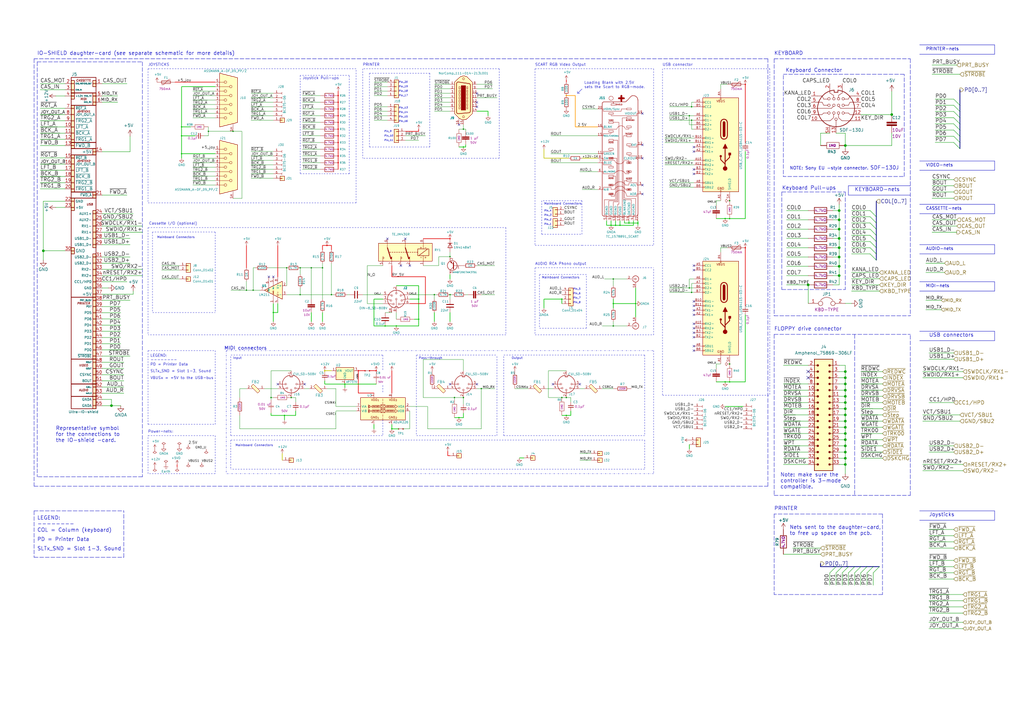
<source format=kicad_sch>
(kicad_sch (version 20211123) (generator eeschema)
  (paper "A3")
  (title_block (title "ULTRA-MSX") (date "2022-06-05") (rev "A-A"))
  (junction (at 346.71 160.02))
  (junction (at 344.17 113.03))
  (junction (at 346.71 154.94))
  (junction (at 344.17 93.98))
  (junction (at 346.71 170.18))
  (junction (at 346.71 152.4))
  (junction (at 346.71 187.96))
  (junction (at 346.71 180.34))
  (junction (at 346.71 59.69))
  (junction (at 331.47 116.84))
  (junction (at 346.71 185.42))
  (junction (at 17.78 102.87))
  (junction (at 346.71 157.48))
  (junction (at 346.71 175.26))
  (junction (at 346.71 177.8))
  (junction (at 346.71 190.5))
  (junction (at 346.71 167.64))
  (junction (at 346.71 172.72))
  (junction (at 344.17 86.36))
  (junction (at 346.71 165.1))
  (junction (at 344.17 101.6))
  (junction (at 344.17 109.22))
  (junction (at 346.71 162.56))
  (junction (at 45.72 166.37))
  (junction (at 344.17 105.41))
  (junction (at 344.17 90.17))
  (junction (at 365.76 46.99))
  (junction (at 344.17 97.79))
  (junction (at 346.71 182.88))
  (no_connect (at 331.47 154.94))
  (no_connect (at 331.47 152.4))
  (bus_entry (at 342.9 234.95) (size 2.54 -2.54))
  (bus_entry (at 391.16 50.8) (size 2.54 2.54))
  (bus_entry (at 353.06 234.95) (size 2.54 -2.54))
  (bus_entry (at 356.87 101.6) (size 2.54 2.54))
  (bus_entry (at 350.52 234.95) (size 2.54 -2.54))
  (bus_entry (at 356.87 99.06) (size 2.54 2.54))
  (bus_entry (at 358.14 234.95) (size 2.54 -2.54))
  (bus_entry (at 391.16 58.42) (size 2.54 2.54))
  (bus_entry (at 355.6 234.95) (size 2.54 -2.54))
  (bus_entry (at 345.44 234.95) (size 2.54 -2.54))
  (bus_entry (at 391.16 45.72) (size 2.54 2.54))
  (bus_entry (at 391.16 48.26) (size 2.54 2.54))
  (bus_entry (at 356.87 91.44) (size 2.54 2.54))
  (bus_entry (at 347.98 234.95) (size 2.54 -2.54))
  (bus_entry (at 391.16 43.18) (size 2.54 2.54))
  (bus_entry (at 391.16 40.64) (size 2.54 2.54))
  (bus_entry (at 356.87 86.36) (size 2.54 2.54))
  (bus_entry (at 340.36 234.95) (size 2.54 -2.54))
  (bus_entry (at 391.16 55.88) (size 2.54 2.54))
  (bus_entry (at 391.16 53.34) (size 2.54 2.54))
  (bus_entry (at 356.87 96.52) (size 2.54 2.54))
  (bus_entry (at 356.87 104.14) (size 2.54 2.54))
  (bus_entry (at 356.87 93.98) (size 2.54 2.54))
  (bus_entry (at 356.87 88.9) (size 2.54 2.54))
  (bus (pts (xy 359.41 91.44) (xy 359.41 93.98)))
  (polyline (pts (xy 407.924 104.14) (xy 407.924 100.33)) (stroke (width 0) (type solid)))
  (wire (pts (xy 321.31 177.8) (xy 331.47 177.8)))
  (wire (pts (xy 41.91 120.65) (xy 54.61 120.65)))
  (wire (pts (xy 321.31 157.48) (xy 331.47 157.48)))
  (wire (pts (xy 321.31 180.34) (xy 331.47 180.34)))
  (wire (pts (xy 382.27 92.71) (xy 392.43 92.71)))
  (wire (pts (xy 349.25 96.52) (xy 356.87 96.52)))
  (wire (pts (xy 346.71 160.02) (xy 344.17 160.02)))
  (wire (pts (xy 349.25 99.06) (xy 356.87 99.06)))
  (wire (pts (xy 322.58 86.36) (xy 331.47 86.36)))
  (wire (pts (xy 41.91 41.91) (xy 48.26 41.91)))
  (polyline (pts (xy 314.96 24.13) (xy 13.97 24.13)))
  (polyline (pts (xy 13.97 24.13) (xy 13.97 199.39)))
  (wire (pts (xy 381 248.92) (xy 394.97 248.92)))
  (wire (pts (xy 54.61 119.38) (xy 54.61 120.65)))
  (bus (pts (xy 359.41 104.14) (xy 359.41 106.68)))
  (wire (pts (xy 321.31 170.18) (xy 331.47 170.18)))
  (bus (pts (xy 393.7 43.18) (xy 393.7 45.72)))
  (wire (pts (xy 340.36 54.61) (xy 336.55 54.61)))
  (wire (pts (xy 344.17 113.03) (xy 341.63 113.03)))
  (wire (pts (xy 355.6 240.03) (xy 355.6 234.95)))
  (wire (pts (xy 41.91 39.37) (xy 48.26 39.37)))
  (bus (pts (xy 393.7 53.34) (xy 393.7 55.88)))
  (wire (pts (xy 321.31 162.56) (xy 331.47 162.56)))
  (bus (pts (xy 358.14 232.41) (xy 360.68 232.41)))
  (polyline (pts (xy 407.924 115.57) (xy 377.19 115.57)) (stroke (width 0) (type solid)))
  (wire (pts (xy 45.72 163.83) (xy 41.91 163.83)))
  (wire (pts (xy 383.54 48.26) (xy 391.16 48.26)))
  (wire (pts (xy 345.44 234.95) (xy 345.44 240.03)))
  (polyline (pts (xy 407.924 87.63) (xy 407.924 83.82)) (stroke (width 0) (type solid)))
  (wire (pts (xy 50.8 156.21) (xy 41.91 156.21)))
  (wire (pts (xy 365.76 54.61) (xy 365.76 59.69)))
  (wire (pts (xy 50.8 161.29) (xy 41.91 161.29)))
  (wire (pts (xy 344.17 177.8) (xy 346.71 177.8)))
  (wire (pts (xy 41.91 166.37) (xy 45.72 166.37)))
  (wire (pts (xy 344.17 172.72) (xy 346.71 172.72)))
  (wire (pts (xy 349.25 104.14) (xy 356.87 104.14)))
  (wire (pts (xy 16.51 49.53) (xy 26.67 49.53)))
  (wire (pts (xy 346.71 165.1) (xy 346.71 162.56)))
  (wire (pts (xy 346.71 157.48) (xy 346.71 154.94)))
  (wire (pts (xy 49.53 135.89) (xy 41.91 135.89)))
  (wire (pts (xy 344.17 97.79) (xy 344.17 101.6)))
  (wire (pts (xy 382.27 76.2) (xy 391.16 76.2)))
  (wire (pts (xy 379.73 127) (xy 386.08 127)))
  (bus (pts (xy 355.6 232.41) (xy 358.14 232.41)))
  (polyline (pts (xy 15.24 25.4) (xy 15.24 195.58)))
  (wire (pts (xy 349.25 111.76) (xy 360.68 111.76)))
  (bus (pts (xy 393.7 36.83) (xy 393.7 43.18)))
  (wire (pts (xy 344.17 182.88) (xy 346.71 182.88)))
  (wire (pts (xy 52.07 80.01) (xy 41.91 80.01)))
  (bus (pts (xy 393.7 45.72) (xy 393.7 48.26)))
  (wire (pts (xy 50.8 158.75) (xy 41.91 158.75)))
  (wire (pts (xy 346.71 154.94) (xy 346.71 152.4)))
  (wire (pts (xy 346.71 54.61) (xy 346.71 59.69)))
  (wire (pts (xy 325.12 224.79) (xy 336.55 224.79)))
  (polyline (pts (xy 13.97 209.55) (xy 13.97 228.6)))
  (wire (pts (xy 321.31 187.96) (xy 331.47 187.96)))
  (wire (pts (xy 383.54 43.18) (xy 391.16 43.18)))
  (polyline (pts (xy 317.5 24.13) (xy 373.38 24.13)))
  (wire (pts (xy 353.06 162.56) (xy 361.95 162.56)))
  (wire (pts (xy 321.31 227.33) (xy 336.55 227.33)))
  (polyline (pts (xy 377.19 69.85) (xy 407.924 69.85)) (stroke (width 0) (type solid)))
  (wire (pts (xy 346.71 149.86) (xy 344.17 149.86)))
  (wire (pts (xy 346.71 180.34) (xy 344.17 180.34)))
  (bus (pts (xy 342.9 232.41) (xy 345.44 232.41)))
  (wire (pts (xy 344.17 167.64) (xy 346.71 167.64)))
  (polyline (pts (xy 377.19 119.38) (xy 407.924 119.38)) (stroke (width 0) (type solid)))
  (bus (pts (xy 359.41 101.6) (xy 359.41 104.14)))
  (wire (pts (xy 381 243.84) (xy 394.97 243.84)))
  (wire (pts (xy 344.17 93.98) (xy 344.17 97.79)))
  (wire (pts (xy 344.17 187.96) (xy 346.71 187.96)))
  (wire (pts (xy 378.46 190.5) (xy 394.97 190.5)))
  (bus (pts (xy 393.7 50.8) (xy 393.7 53.34)))
  (wire (pts (xy 358.14 240.03) (xy 358.14 234.95)))
  (wire (pts (xy 381 147.32) (xy 391.16 147.32)))
  (wire (pts (xy 382.27 81.28) (xy 391.16 81.28)))
  (wire (pts (xy 381 165.1) (xy 391.16 165.1)))
  (wire (pts (xy 346.71 124.46) (xy 349.25 124.46)))
  (bus (pts (xy 393.7 58.42) (xy 393.7 60.96)))
  (wire (pts (xy 16.51 46.99) (xy 26.67 46.99)))
  (wire (pts (xy 344.17 93.98) (xy 341.63 93.98)))
  (wire (pts (xy 382.27 78.74) (xy 391.16 78.74)))
  (bus (pts (xy 359.41 93.98) (xy 359.41 96.52)))
  (wire (pts (xy 378.46 193.04) (xy 394.97 193.04)))
  (wire (pts (xy 381 182.88) (xy 391.16 182.88)))
  (wire (pts (xy 16.51 52.07) (xy 26.67 52.07)))
  (polyline (pts (xy 407.924 135.89) (xy 377.19 135.89)) (stroke (width 0) (type solid)))
  (wire (pts (xy 344.17 190.5) (xy 346.71 190.5)))
  (wire (pts (xy 54.61 90.17) (xy 41.91 90.17)))
  (wire (pts (xy 344.17 175.26) (xy 346.71 175.26)))
  (wire (pts (xy 50.8 151.13) (xy 41.91 151.13)))
  (polyline (pts (xy 407.924 18.415) (xy 377.19 18.415)) (stroke (width 0) (type solid)))
  (wire (pts (xy 383.54 55.88) (xy 391.16 55.88)))
  (wire (pts (xy 58.42 113.03) (xy 41.91 113.03)))
  (wire (pts (xy 16.51 57.15) (xy 26.67 57.15)))
  (wire (pts (xy 49.53 166.37) (xy 45.72 166.37)))
  (wire (pts (xy 353.06 167.64) (xy 361.95 167.64)))
  (wire (pts (xy 16.51 72.39) (xy 26.67 72.39)))
  (wire (pts (xy 381 219.71) (xy 391.16 219.71)))
  (wire (pts (xy 381 232.41) (xy 391.16 232.41)))
  (wire (pts (xy 321.31 182.88) (xy 331.47 182.88)))
  (wire (pts (xy 49.53 128.27) (xy 41.91 128.27)))
  (polyline (pts (xy 317.5 210.82) (xy 317.5 243.84)))
  (wire (pts (xy 346.71 59.69) (xy 346.71 60.96)))
  (polyline (pts (xy 317.5 137.16) (xy 373.38 137.16)))
  (bus (pts (xy 359.41 88.9) (xy 359.41 91.44)))
  (wire (pts (xy 41.91 118.11) (xy 44.45 118.11)))
  (wire (pts (xy 391.16 40.64) (xy 383.54 40.64)))
  (polyline (pts (xy 314.96 199.39) (xy 314.96 24.13)))
  (wire (pts (xy 381 251.46) (xy 394.97 251.46)))
  (wire (pts (xy 346.71 170.18) (xy 346.71 167.64)))
  (wire (pts (xy 346.71 190.5) (xy 346.71 187.96)))
  (wire (pts (xy 383.54 58.42) (xy 391.16 58.42)))
  (wire (pts (xy 382.27 73.66) (xy 391.16 73.66)))
  (wire (pts (xy 349.25 93.98) (xy 356.87 93.98)))
  (wire (pts (xy 321.31 172.72) (xy 331.47 172.72)))
  (wire (pts (xy 346.71 185.42) (xy 346.71 182.88)))
  (wire (pts (xy 50.8 148.59) (xy 41.91 148.59)))
  (wire (pts (xy 342.9 54.61) (xy 346.71 54.61)))
  (wire (pts (xy 349.25 114.3) (xy 360.68 114.3)))
  (wire (pts (xy 381 234.95) (xy 391.16 234.95)))
  (polyline (pts (xy 370.84 72.39) (xy 370.84 30.48)))
  (wire (pts (xy 346.71 180.34) (xy 346.71 177.8)))
  (wire (pts (xy 52.07 115.57) (xy 41.91 115.57)))
  (wire (pts (xy 336.55 54.61) (xy 336.55 59.69)))
  (polyline (pts (xy 350.52 137.16) (xy 350.52 203.2)))
  (wire (pts (xy 53.34 107.95) (xy 41.91 107.95)))
  (polyline (pts (xy 320.675 118.745) (xy 346.71 118.745)))
  (wire (pts (xy 353.06 185.42) (xy 361.95 185.42)))
  (wire (pts (xy 365.76 46.99) (xy 353.06 46.99)))
  (wire (pts (xy 53.34 105.41) (xy 41.91 105.41)))
  (polyline (pts (xy 50.8 228.6) (xy 50.8 209.55)))
  (bus (pts (xy 359.41 99.06) (xy 359.41 101.6)))
  (wire (pts (xy 321.31 165.1) (xy 331.47 165.1)))
  (wire (pts (xy 381 237.49) (xy 391.16 237.49)))
  (wire (pts (xy 53.34 55.88) (xy 53.34 62.23)))
  (wire (pts (xy 322.58 97.79) (xy 331.47 97.79)))
  (polyline (pts (xy 407.924 22.225) (xy 407.924 18.415)) (stroke (width 0) (type solid)))
  (wire (pts (xy 321.31 160.02) (xy 331.47 160.02)))
  (wire (pts (xy 353.06 182.88) (xy 361.95 182.88)))
  (wire (pts (xy 321.31 185.42) (xy 331.47 185.42)))
  (wire (pts (xy 22.86 39.37) (xy 26.67 39.37)))
  (wire (pts (xy 344.17 86.36) (xy 344.17 90.17)))
  (polyline (pts (xy 361.95 210.82) (xy 317.5 210.82)))
  (polyline (pts (xy 361.95 243.84) (xy 317.5 243.84)))
  (wire (pts (xy 17.78 102.87) (xy 17.78 82.55)))
  (wire (pts (xy 321.31 190.5) (xy 331.47 190.5)))
  (polyline (pts (xy 58.42 195.58) (xy 15.24 195.58)))
  (wire (pts (xy 41.91 130.81) (xy 49.53 130.81)))
  (wire (pts (xy 16.51 64.77) (xy 26.67 64.77)))
  (polyline (pts (xy 407.924 139.7) (xy 407.924 135.89)) (stroke (width 0) (type solid)))
  (wire (pts (xy 17.78 106.68) (xy 17.78 102.87)))
  (wire (pts (xy 344.17 86.36) (xy 341.63 86.36)))
  (wire (pts (xy 353.06 152.4) (xy 361.95 152.4)))
  (wire (pts (xy 16.51 74.93) (xy 26.67 74.93)))
  (wire (pts (xy 381 255.27) (xy 394.97 255.27)))
  (polyline (pts (xy 317.5 137.16) (xy 317.5 203.2)))
  (wire (pts (xy 379.73 107.95) (xy 387.35 107.95)))
  (wire (pts (xy 342.9 240.03) (xy 342.9 234.95)))
  (polyline (pts (xy 320.675 78.74) (xy 346.71 78.74)))
  (wire (pts (xy 344.17 101.6) (xy 344.17 105.41)))
  (wire (pts (xy 16.51 77.47) (xy 26.67 77.47)))
  (wire (pts (xy 322.58 109.22) (xy 331.47 109.22)))
  (wire (pts (xy 321.31 167.64) (xy 331.47 167.64)))
  (polyline (pts (xy 370.459 72.39) (xy 321.31 72.39)))
  (wire (pts (xy 344.17 83.82) (xy 344.17 86.36)))
  (wire (pts (xy 344.17 105.41) (xy 344.17 109.22)))
  (polyline (pts (xy 377.19 139.7) (xy 407.924 139.7)) (stroke (width 0) (type solid)))
  (wire (pts (xy 50.8 153.67) (xy 41.91 153.67)))
  (wire (pts (xy 381 229.87) (xy 391.16 229.87)))
  (wire (pts (xy 41.91 143.51) (xy 49.53 143.51)))
  (polyline (pts (xy 407.924 209.55) (xy 377.19 209.55)) (stroke (width 0) (type solid)))
  (polyline (pts (xy 346.71 78.74) (xy 346.71 118.745)))
  (wire (pts (xy 321.31 175.26) (xy 331.47 175.26)))
  (bus (pts (xy 393.7 48.26) (xy 393.7 50.8)))
  (wire (pts (xy 41.91 138.43) (xy 49.53 138.43)))
  (polyline (pts (xy 407.924 83.82) (xy 377.19 83.82)) (stroke (width 0) (type solid)))
  (wire (pts (xy 344.17 97.79) (xy 341.63 97.79)))
  (wire (pts (xy 346.71 187.96) (xy 346.71 185.42)))
  (polyline (pts (xy 317.5 129.54) (xy 373.38 129.54)))
  (wire (pts (xy 344.17 165.1) (xy 346.71 165.1)))
  (wire (pts (xy 344.17 105.41) (xy 341.63 105.41)))
  (wire (pts (xy 16.51 36.83) (xy 26.67 36.83)))
  (wire (pts (xy 49.53 133.35) (xy 41.91 133.35)))
  (wire (pts (xy 344.17 90.17) (xy 341.63 90.17)))
  (polyline (pts (xy 361.95 210.82) (xy 361.95 243.84)))
  (wire (pts (xy 346.71 170.18) (xy 344.17 170.18)))
  (wire (pts (xy 331.47 124.46) (xy 331.47 116.84)))
  (wire (pts (xy 344.17 157.48) (xy 346.71 157.48)))
  (polyline (pts (xy 407.924 66.04) (xy 377.19 66.04)) (stroke (width 0) (type solid)))
  (wire (pts (xy 346.71 182.88) (xy 346.71 180.34)))
  (wire (pts (xy 353.06 180.34) (xy 361.95 180.34)))
  (wire (pts (xy 391.16 45.72) (xy 383.54 45.72)))
  (wire (pts (xy 53.34 146.05) (xy 41.91 146.05)))
  (polyline (pts (xy 321.31 30.861) (xy 321.31 72.39)))
  (bus (pts (xy 345.44 232.41) (xy 347.98 232.41)))
  (wire (pts (xy 53.34 97.79) (xy 41.91 97.79)))
  (wire (pts (xy 344.17 113.03) (xy 344.17 116.84)))
  (polyline (pts (xy 373.38 203.2) (xy 373.38 137.16)))
  (wire (pts (xy 322.58 93.98) (xy 331.47 93.98)))
  (polyline (pts (xy 317.5 24.13) (xy 317.5 129.54)))
  (wire (pts (xy 381 222.25) (xy 391.16 222.25)))
  (wire (pts (xy 379.73 111.76) (xy 387.35 111.76)))
  (wire (pts (xy 17.78 82.55) (xy 26.67 82.55)))
  (wire (pts (xy 344.17 116.84) (xy 341.63 116.84)))
  (wire (pts (xy 383.54 50.8) (xy 391.16 50.8)))
  (wire (pts (xy 322.58 116.84) (xy 331.47 116.84)))
  (wire (pts (xy 340.36 234.95) (xy 340.36 240.03)))
  (wire (pts (xy 16.51 34.29) (xy 26.67 34.29)))
  (wire (pts (xy 45.72 166.37) (xy 45.72 163.83)))
  (wire (pts (xy 53.34 62.23) (xy 41.91 62.23)))
  (wire (pts (xy 350.52 240.03) (xy 350.52 234.95)))
  (wire (pts (xy 346.71 59.69) (xy 365.76 59.69)))
  (bus (pts (xy 359.41 82.55) (xy 359.41 88.9)))
  (bus (pts (xy 393.7 55.88) (xy 393.7 58.42)))
  (bus (pts (xy 336.55 232.41) (xy 336.55 231.14)))
  (bus (pts (xy 353.06 232.41) (xy 355.6 232.41)))
  (wire (pts (xy 322.58 101.6) (xy 331.47 101.6)))
  (bus (pts (xy 347.98 232.41) (xy 350.52 232.41)))
  (polyline (pts (xy 377.19 22.225) (xy 407.924 22.225)) (stroke (width 0) (type solid)))
  (wire (pts (xy 16.51 69.85) (xy 26.67 69.85)))
  (wire (pts (xy 349.25 119.38) (xy 360.68 119.38)))
  (wire (pts (xy 344.17 109.22) (xy 341.63 109.22)))
  (wire (pts (xy 353.06 165.1) (xy 361.95 165.1)))
  (wire (pts (xy 58.42 95.25) (xy 41.91 95.25)))
  (wire (pts (xy 382.27 90.17) (xy 392.43 90.17)))
  (bus (pts (xy 350.52 232.41) (xy 353.06 232.41)))
  (polyline (pts (xy 407.924 119.38) (xy 407.924 115.57)) (stroke (width 0) (type solid)))
  (wire (pts (xy 346.71 190.5) (xy 346.71 194.31)))
  (wire (pts (xy 391.16 53.34) (xy 383.54 53.34)))
  (wire (pts (xy 353.06 175.26) (xy 361.95 175.26)))
  (wire (pts (xy 322.58 113.03) (xy 331.47 113.03)))
  (wire (pts (xy 353.06 234.95) (xy 353.06 240.03)))
  (wire (pts (xy 381 217.17) (xy 391.16 217.17)))
  (wire (pts (xy 353.06 187.96) (xy 361.95 187.96)))
  (wire (pts (xy 344.17 162.56) (xy 346.71 162.56)))
  (wire (pts (xy 344.17 109.22) (xy 344.17 113.03)))
  (wire (pts (xy 16.51 44.45) (xy 26.67 44.45)))
  (wire (pts (xy 365.76 37.465) (xy 365.76 46.99)))
  (wire (pts (xy 378.46 152.4) (xy 394.97 152.4)))
  (wire (pts (xy 346.71 177.8) (xy 346.71 175.26)))
  (wire (pts (xy 346.71 175.26) (xy 346.71 172.72)))
  (wire (pts (xy 346.71 162.56) (xy 346.71 160.02)))
  (wire (pts (xy 53.34 100.33) (xy 41.91 100.33)))
  (bus (pts (xy 359.41 96.52) (xy 359.41 99.06)))
  (wire (pts (xy 58.42 92.71) (xy 41.91 92.71)))
  (wire (pts (xy 49.53 140.97) (xy 41.91 140.97)))
  (polyline (pts (xy 377.19 87.63) (xy 407.924 87.63)) (stroke (width 0) (type solid)))
  (polyline (pts (xy 13.97 228.6) (xy 50.8 228.6)))
  (wire (pts (xy 381 185.42) (xy 391.16 185.42)))
  (polyline (pts (xy 377.19 104.14) (xy 407.924 104.14)) (stroke (width 0) (type solid)))
  (wire (pts (xy 16.51 59.69) (xy 26.67 59.69)))
  (wire (pts (xy 49.53 125.73) (xy 41.91 125.73)))
  (polyline (pts (xy 407.924 213.36) (xy 407.924 209.55)) (stroke (width 0) (type solid)))
  (wire (pts (xy 349.25 116.84) (xy 360.68 116.84)))
  (polyline (pts (xy 317.5 203.2) (xy 373.38 203.2)))
  (wire (pts (xy 321.31 149.86) (xy 331.47 149.86)))
  (wire (pts (xy 379.73 123.19) (xy 386.08 123.19)))
  (wire (pts (xy 54.61 87.63) (xy 41.91 87.63)))
  (wire (pts (xy 353.06 170.18) (xy 361.95 170.18)))
  (polyline (pts (xy 373.38 24.13) (xy 373.38 129.54)))
  (wire (pts (xy 322.58 105.41) (xy 331.47 105.41)))
  (wire (pts (xy 16.51 67.31) (xy 26.67 67.31)))
  (wire (pts (xy 344.17 154.94) (xy 346.71 154.94)))
  (wire (pts (xy 378.46 154.94) (xy 394.97 154.94)))
  (wire (pts (xy 381 224.79) (xy 391.16 224.79)))
  (wire (pts (xy 41.91 123.19) (xy 53.34 123.19)))
  (wire (pts (xy 378.46 170.18) (xy 393.7 170.18)))
  (wire (pts (xy 353.06 172.72) (xy 361.95 172.72)))
  (polyline (pts (xy 320.675 78.74) (xy 320.675 118.745)))
  (wire (pts (xy 382.27 30.48) (xy 393.7 30.48)))
  (polyline (pts (xy 370.84 30.48) (xy 321.31 30.48)))
  (wire (pts (xy 17.78 102.87) (xy 26.67 102.87)))
  (wire (pts (xy 347.98 240.03) (xy 347.98 234.95)))
  (polyline (pts (xy 58.42 25.4) (xy 58.42 195.58)))
  (wire (pts (xy 346.71 172.72) (xy 346.71 170.18)))
  (wire (pts (xy 52.07 34.29) (xy 41.91 34.29)))
  (wire (pts (xy 392.43 26.67) (xy 382.27 26.67)))
  (wire (pts (xy 344.17 152.4) (xy 346.71 152.4)))
  (wire (pts (xy 353.06 154.94) (xy 361.95 154.94)))
  (wire (pts (xy 349.25 88.9) (xy 356.87 88.9)))
  (polyline (pts (xy 377.19 213.36) (xy 407.924 213.36)) (stroke (width 0) (type solid)))
  (wire (pts (xy 349.25 101.6) (xy 356.87 101.6)))
  (wire (pts (xy 346.71 167.64) (xy 346.71 165.1)))
  (wire (pts (xy 381 246.38) (xy 394.97 246.38)))
  (wire (pts (xy 344.17 185.42) (xy 346.71 185.42)))
  (wire (pts (xy 381 257.81) (xy 394.97 257.81)))
  (polyline (pts (xy 13.97 199.39) (xy 314.96 199.39)))
  (polyline (pts (xy 15.24 25.4) (xy 58.42 25.4)))
  (polyline (pts (xy 407.924 69.85) (xy 407.924 66.04)) (stroke (width 0) (type solid)))
  (wire (pts (xy 378.46 172.72) (xy 393.7 172.72)))
  (wire (pts (xy 381 144.78) (xy 391.16 144.78)))
  (wire (pts (xy 353.06 177.8) (xy 361.95 177.8)))
  (wire (pts (xy 58.42 110.49) (xy 41.91 110.49)))
  (wire (pts (xy 344.17 90.17) (xy 344.17 93.98)))
  (polyline (pts (xy 347.98 80.01) (xy 373.38 80.01)) (stroke (width 0) (type solid)))
  (wire (pts (xy 16.51 54.61) (xy 26.67 54.61)))
  (polyline (pts (xy 347.98 80.01) (xy 347.98 76.2)) (stroke (width 0) (type solid)))
  (polyline (pts (xy 407.924 100.33) (xy 377.19 100.33)) (stroke (width 0) (type solid)))
  (wire (pts (xy 346.71 160.02) (xy 346.71 157.48)))
  (polyline (pts (xy 373.38 76.2) (xy 347.98 76.2)) (stroke (width 0) (type solid)))
  (wire (pts (xy 353.06 157.48) (xy 361.95 157.48)))
  (wire (pts (xy 353.06 160.02) (xy 361.95 160.02)))
  (wire (pts (xy 344.17 101.6) (xy 341.63 101.6)))
  (wire (pts (xy 22.86 85.09) (xy 26.67 85.09)))
  (polyline (pts (xy 13.97 209.55) (xy 50.8 209.55)))
  (bus (pts (xy 336.55 232.41) (xy 342.9 232.41)))
  (wire (pts (xy 322.58 90.17) (xy 331.47 90.17)))
  (wire (pts (xy 346.71 152.4) (xy 346.71 149.86)))
  (wire (pts (xy 349.25 86.36) (xy 356.87 86.36)))
  (wire (pts (xy 349.25 91.44) (xy 356.87 91.44)))
  (wire (pts (xy 382.27 95.25) (xy 392.43 95.25)))
  (image (at 187.96 111.76) (scale 0.722393))
  (text "LEGEND:\n--------" (at 15.24 215.9 0) (effects (font (size 1.524 1.524)) (justify left bottom)))
  (text "COL = Column (keyboard)\n" (at 15.24 218.44 0) (effects (font (size 1.524 1.524)) (justify left bottom)))
  (text "FLOPPY drive connector\n" (at 317.5 135.89 0) (effects (font (size 1.524 1.524)) (justify left bottom)))
  (text "IO-board - Tape + keyboard:\nSD-80BV (tape)\n" (at 317.5 -2.54 0) (effects (font (size 1.524 1.524)) (justify left bottom)))
  (text "PD = Printer Data" (at 15.24 222.25 0) (effects (font (size 1.524 1.524)) (justify left bottom)))
  (text "CASSETTE-nets" (at 379.73 86.36 0) (effects (font (size 1.27 1.27)) (justify left bottom)))
  (text "KEYBOARD" (at 317.5 22.86 0) (effects (font (size 1.524 1.524)) (justify left bottom)))
  (text "Joysticks" (at 381 212.09 0) (effects (font (size 1.524 1.524)) (justify left bottom)))
  (text "Keyboard Pull-ups" (at 342.9 78.105 180) (effects (font (size 1.524 1.524)) (justify right bottom)))
  (text "IO-SHIELD daughter-card (see separate schematic for more details)" (at 15.24 22.86 0) (effects (font (size 1.524 1.524)) (justify left bottom)))
  (text "Note: make sure the \ncontroller is 3-mode \ncompatible." (at 320.04 200.66 0) (effects (font (size 1.524 1.524)) (justify left bottom)))
  (text "USB connectors" (at 381 138.43 0) (effects (font (size 1.524 1.524)) (justify left bottom)))
  (text "AUDIO-nets" (at 379.73 102.87 0) (effects (font (size 1.27 1.27)) (justify left bottom)))
  (text "Keyboard Connector" (at 345.44 29.845 180) (effects (font (size 1.524 1.524)) (justify right bottom)))
  (text "PRINTER-nets" (at 379.73 20.955 0) (effects (font (size 1.27 1.27)) (justify left bottom)))
  (text "Representative symbol\nfor the connections to\nthe IO-shield -card." (at 22.86 181.61 0) (effects (font (size 1.524 1.524)) (justify left bottom)))
  (text "NOTE: Sony EU -style connector." (at 323.85 69.85 0) (effects (font (size 1.27 1.27)) (justify left bottom)))
  (text "MIDI-nets" (at 379.73 118.11 0) (effects (font (size 1.27 1.27)) (justify left bottom)))
  (text "Foss FPC:\nhttps://github.com/keirf/Greaseweazle/wiki\n\nFoss FP-sim:\nhttps://github.com/SukkoPera/OpenFlops\n\n\nhttp://cowlark.com/fluxengine/index.html\n\nhttps://github.com/keirf/flashfloppy/wiki/Gotek-Models" (at 316.23 -17.78 0) (effects (font (size 1.524 1.524)) (justify left bottom)))
  (text "PRINTER\n" (at 317.5 209.55 0) (effects (font (size 1.524 1.524)) (justify left bottom)))
  (text "SLTx_SND = Slot 1-3, Sound\n" (at 15.24 226.06 0) (effects (font (size 1.524 1.524)) (justify left bottom)))
  (text "Nets sent to the daughter-card, \nto free up space on the pcb." (at 323.85 219.71 0) (effects (font (size 1.5 1.5)) (justify left bottom)))
  (text "KEYBOARD-nets" (at 350.52 78.74 0) (effects (font (size 1.524 1.524)) (justify left bottom)))
  (text "SDF-130J" (at 356.87 69.85 0) (effects (font (size 1.524 1.524)) (justify left bottom)))
  (text "https://hackaday.com/2021/08/02/exps-2-keyboard-adapter-translates-ps-2-and-usb-to-msx/" (at 246.38 -12.7 0) (effects (font (size 1.524 1.524)) (justify left bottom)))
  (text "VIDEO-nets" (at 379.73 68.58 0) (effects (font (size 1.27 1.27)) (justify left bottom)))
  (label "~{DRVSA}" (at 321.31 162.56 0) (effects (font (size 1.524 1.524))))
  (label "JOY_OUT_A" (at 16.51 46.99 0))
  (label "~{WGATE}" (at 353.06 175.26 0) (effects (font (size 1.524 1.524))))
  (label "VCT{slash}SBU1" (at 378.46 170.18 0) (effects (font (size 1.524 1.524))))
  (label "~{RGT_B}" (at 381 234.95 0) (effects (font (size 1.524 1.524))))
  (label "~{LFT_B}" (at 381 232.41 0) (effects (font (size 1.524 1.524))))
  (label "~{TRG2_A}" (at 16.51 49.53 0) (effects (font (size 1.524 1.524))))
  (label "~{TRG1_A}" (at 381 243.84 0) (effects (font (size 1.524 1.524))))
  (label "USB1_D+" (at 53.34 100.33 180) (effects (font (size 1.524 1.524))))
  (label "~{MOTEA}" (at 353.06 157.48 0) (effects (font (size 1.524 1.524))))
  (label "PD6" (at 49.53 130.81 180) (effects (font (size 1.524 1.524))))
  (label "USB2_D-" (at 381 182.88 0) (effects (font (size 1.524 1.524))))
  (label "~{WPT}" (at 353.06 180.34 0) (effects (font (size 1.524 1.524))))
  (label "AUD_R" (at 50.8 161.29 180) (effects (font (size 1.524 1.524))))
  (label "~{RGT_B}" (at 16.51 64.77 0) (effects (font (size 1.524 1.524))))
  (label "~{RGT_A}" (at 16.51 44.45 0) (effects (font (size 1.524 1.524))))
  (label "CAPS_LED" (at 340.36 34.29 180) (effects (font (size 1.524 1.524))))
  (label "KANA_LED" (at 349.25 111.76 0) (effects (font (size 1.524 1.524))))
  (label "~{STROBE}" (at 53.34 146.05 180) (effects (font (size 1.524 1.524))))
  (label "PD5" (at 49.53 128.27 180) (effects (font (size 1.524 1.524))))
  (label "COL6" (at 332.74 46.99 180) (effects (font (size 1.524 1.524))))
  (label "~{RDATA}" (at 353.06 182.88 0) (effects (font (size 1.524 1.524))))
  (label "~{Step}" (at 353.06 170.18 0) (effects (font (size 1.524 1.524))))
  (label "PD0" (at 383.54 40.64 0) (effects (font (size 1.524 1.524))))
  (label "~{WGATE}" (at 321.31 177.8 0) (effects (font (size 1.524 1.524))))
  (label "COL3" (at 349.25 93.98 0) (effects (font (size 1.524 1.524))))
  (label "SWDCLK{slash}RX1-" (at 58.42 92.71 180) (effects (font (size 1.524 1.524))))
  (label "~{WDATA}" (at 321.31 175.26 0) (effects (font (size 1.524 1.524))))
  (label "CAS_OUT" (at 52.07 34.29 180) (effects (font (size 1.524 1.524))))
  (label "PD5" (at 353.06 240.03 90) (effects (font (size 1.524 1.524))))
  (label "MID_RX" (at 48.26 41.91 180))
  (label "GND{slash}SBU2" (at 54.61 90.17 180) (effects (font (size 1.524 1.524))))
  (label "COL7" (at 349.25 104.14 0) (effects (font (size 1.524 1.524))))
  (label "COL2" (at 322.58 93.98 0) (effects (font (size 1.524 1.524))))
  (label "PRT_BUSY" (at 53.34 123.19 180) (effects (font (size 1.524 1.524))))
  (label "~{STROBE}" (at 382.27 30.48 0) (effects (font (size 1.524 1.524))))
  (label "PD3" (at 347.98 240.03 90) (effects (font (size 1.524 1.524))))
  (label "PD3" (at 49.53 135.89 180) (effects (font (size 1.524 1.524))))
  (label "KEY_DIR" (at 349.25 116.84 0) (effects (font (size 1.524 1.524))))
  (label "PD7" (at 358.14 240.03 90) (effects (font (size 1.524 1.524))))
  (label "COL5" (at 353.06 41.91 0) (effects (font (size 1.524 1.524))))
  (label "COL0" (at 349.25 86.36 0) (effects (font (size 1.524 1.524))))
  (label "ROUT" (at 382.27 81.28 0) (effects (font (size 1.524 1.524))))
  (label "MID_RX" (at 379.73 123.19 0))
  (label "MID_TX" (at 48.26 39.37 180))
  (label "~{Step}" (at 321.31 172.72 0) (effects (font (size 1.524 1.524))))
  (label "~{TRK00}" (at 321.31 180.34 0) (effects (font (size 1.524 1.524))))
  (label "PD4" (at 383.54 50.8 0) (effects (font (size 1.524 1.524))))
  (label "PD6" (at 383.54 55.88 0) (effects (font (size 1.524 1.524))))
  (label "~{LFT_B}" (at 16.51 69.85 0) (effects (font (size 1.524 1.524))))
  (label "~{RDATA}" (at 321.31 185.42 0) (effects (font (size 1.524 1.524))))
  (label "MID_TX" (at 379.73 127 0))
  (label "KEY_DIR" (at 353.06 49.53 0) (effects (font (size 1.524 1.524))))
  (label "PD3" (at 383.54 48.26 0) (effects (font (size 1.524 1.524))))
  (label "~{REDWC}" (at 321.31 149.86 0) (effects (font (size 1.524 1.524))))
  (label "PD4" (at 350.52 240.03 90) (effects (font (size 1.524 1.524))))
  (label "~{TRG1_B}" (at 381 246.38 0) (effects (font (size 1.524 1.524))))
  (label "COL1" (at 349.25 88.9 0) (effects (font (size 1.524 1.524))))
  (label "~{TRG2_B}" (at 16.51 74.93 0) (effects (font (size 1.524 1.524))))
  (label "BOUT" (at 50.8 156.21 180) (effects (font (size 1.524 1.524))))
  (label "PD0" (at 49.53 143.51 180) (effects (font (size 1.524 1.524))))
  (label "CC1{slash}HPD" (at 52.07 115.57 180) (effects (font (size 1.45 1.45))))
  (label "GND{slash}SBU2" (at 378.46 172.72 0) (effects (font (size 1.524 1.524))))
  (label "CSYNC" (at 50.8 153.67 180) (effects (font (size 1.524 1.524))))
  (label "~{DIR}" (at 353.06 167.64 0) (effects (font (size 1.524 1.524))))
  (label "COL0" (at 345.44 34.29 0) (effects (font (size 1.524 1.524))))
  (label "~{WDATA}" (at 353.06 172.72 0) (effects (font (size 1.524 1.524))))
  (label "GOUT" (at 50.8 151.13 180) (effects (font (size 1.524 1.524))))
  (label "COL4" (at 349.25 96.52 0) (effects (font (size 1.524 1.524))))
  (label "CAS_MOT" (at 16.51 34.29 0) (effects (font (size 1.524 1.524))))
  (label "CAS_IN" (at 16.51 36.83 0) (effects (font (size 1.524 1.524))))
  (label "~{MOTEB}" (at 321.31 167.64 0) (effects (font (size 1.524 1.524))))
  (label "nRESET{slash}RX2+" (at 58.42 113.03 180) (effects (font (size 1.524 1.524))))
  (label "~{LFT_A}" (at 16.51 52.07 0) (effects (font (size 1.524 1.524))))
  (label "USB2_D-" (at 53.34 105.41 180) (effects (font (size 1.524 1.524))))
  (label "~{DRVSB}" (at 321.31 165.1 0) (effects (font (size 1.524 1.524))))
  (label "~{TRG2_B}" (at 381 251.46 0) (effects (font (size 1.524 1.524))))
  (label "JOY_OUT_A" (at 381 257.81 0) (effects (font (size 1.524 1.524))))
  (label "SWDIO{slash}RX1+" (at 58.42 95.25 180) (effects (font (size 1.524 1.524))))
  (label "~{BCK_A}" (at 381 224.79 0) (effects (font (size 1.524 1.524))))
  (label "~{SIDE1}" (at 321.31 187.96 0) (effects (font (size 1.524 1.524))))
  (label "PD2" (at 383.54 45.72 0) (effects (font (size 1.524 1.524))))
  (label "~{BCK_B}" (at 381 237.49 0) (effects (font (size 1.524 1.524))))
  (label "~{MOTEB}" (at 353.06 165.1 0) (effects (font (size 1.524 1.524))))
  (label "PRT_BUSY" (at 325.12 227.33 0) (effects (font (size 1.524 1.524))))
  (label "COL2" (at 332.74 41.91 180) (effects (font (size 1.524 1.524))))
  (label "~{TRG1_A}" (at 16.51 57.15 0) (effects (font (size 1.524 1.524))))
  (label "~{BCK_A}" (at 16.51 54.61 0) (effects (font (size 1.524 1.524))))
  (label "~{LFT_A}" (at 381 219.71 0) (effects (font (size 1.524 1.524))))
  (label "KANA_LED" (at 332.74 39.37 180) (effects (font (size 1.524 1.524))))
  (label "ROUT" (at 50.8 148.59 180) (effects (font (size 1.524 1.524))))
  (label "~{FWD_A}" (at 381 217.17 0) (effects (font (size 1.524 1.524))))
  (label "SWDIO{slash}RX1+" (at 378.46 154.94 0) (effects (font (size 1.524 1.524))))
  (label "PD2" (at 345.44 240.03 90) (effects (font (size 1.524 1.524))))
  (label "USB1_D+" (at 381 147.32 0) (effects (font (size 1.524 1.524))))
  (label "COL2" (at 349.25 91.44 0) (effects (font (size 1.524 1.524))))
  (label "BOUT" (at 382.27 76.2 0) (effects (font (size 1.524 1.524))))
  (label "~{FWD_B}" (at 381 229.87 0) (effects (font (size 1.524 1.524))))
  (label "CAS_IN" (at 382.27 95.25 0) (effects (font (size 1.524 1.524))))
  (label "SWDCLK{slash}RX1-" (at 378.46 152.4 0) (effects (font (size 1.524 1.524))))
  (label "JOY_OUT_B" (at 381 255.27 0) (effects (font (size 1.524 1.524))))
  (label "COL3" (at 332.74 44.45 180) (effects (font (size 1.524 1.524))))
  (label "PD1" (at 342.9 240.03 90) (effects (font (size 1.524 1.524))))
  (label "PRT_BUSY" (at 382.27 26.67 0) (effects (font (size 1.524 1.524))))
  (label "PD7" (at 383.54 58.42 0) (effects (font (size 1.524 1.524))))
  (label "~{DIR}" (at 321.31 170.18 0) (effects (font (size 1.524 1.524))))
  (label "~{STROBE}" (at 325.12 224.79 0) (effects (font (size 1.524 1.524))))
  (label "~{SIDE1}" (at 353.06 185.42 0) (effects (font (size 1.524 1.524))))
  (label "~{DRVSA}" (at 353.06 160.02 0) (effects (font (size 1.524 1.524))))
  (label "~{TRK00}" (at 353.06 177.8 0) (effects (font (size 1.524 1.524))))
  (label "nRESET{slash}RX2+" (at 378.46 190.5 0) (effects (font (size 1.524 1.524))))
  (label "~{MOTEA}" (at 321.31 160.02 0) (effects (font (size 1.524 1.524))))
  (label "PD1" (at 383.54 43.18 0) (effects (font (size 1.524 1.524))))
  (label "COL3" (at 322.58 97.79 0) (effects (font (size 1.524 1.524))))
  (label "COL1" (at 322.58 90.17 0) (effects (font (size 1.524 1.524))))
  (label "~{WPT}" (at 321.31 182.88 0) (effects (font (size 1.524 1.524))))
  (label "COL7" (at 332.74 49.53 180) (effects (font (size 1.524 1.524))))
  (label "COL1" (at 353.06 39.37 0) (effects (font (size 1.524 1.524))))
  (label "COL4" (at 353.06 44.45 0) (effects (font (size 1.524 1.524))))
  (label "~{TRG2_A}" (at 381 248.92 0) (effects (font (size 1.524 1.524))))
  (label "SWO{slash}RX2-" (at 58.42 110.49 180) (effects (font (size 1.524 1.524))))
  (label "~{BCK_B}" (at 16.51 72.39 0) (effects (font (size 1.524 1.524))))
  (label "CAPS_LED" (at 349.25 114.3 0) (effects (font (size 1.524 1.524))))
  (label "~{REDWC}" (at 353.06 152.4 0) (effects (font (size 1.524 1.524))))
  (label "AUD_L" (at 379.73 107.95 0) (effects (font (size 1.524 1.524))))
  (label "CAS_OUT" (at 382.27 92.71 0) (effects (font (size 1.524 1.524))))
  (label "AUD_L" (at 50.8 158.75 180) (effects (font (size 1.524 1.524))))
  (label "COL0" (at 322.58 86.36 0) (effects (font (size 1.524 1.524))))
  (label "GOUT" (at 382.27 78.74 0) (effects (font (size 1.524 1.524))))
  (label "PD0" (at 340.36 240.03 90) (effects (font (size 1.524 1.524))))
  (label "COL4" (at 322.58 101.6 0) (effects (font (size 1.524 1.524))))
  (label "PD2" (at 49.53 138.43 180) (effects (font (size 1.524 1.524))))
  (label "CSYNC" (at 382.27 73.66 0) (effects (font (size 1.524 1.524))))
  (label "PD1" (at 49.53 140.97 180) (effects (font (size 1.524 1.524))))
  (label "USB2_D+" (at 381 185.42 0) (effects (font (size 1.524 1.524))))
  (label "COL5" (at 322.58 105.41 0) (effects (font (size 1.524 1.524))))
  (label "~{DRVSB}" (at 353.06 162.56 0) (effects (font (size 1.524 1.524))))
  (label "~{INDEX}" (at 353.06 154.94 0) (effects (font (size 1.524 1.524))))
  (label "VCT{slash}SBU1" (at 54.61 87.63 180) (effects (font (size 1.524 1.524))))
  (label "CAS_MOT" (at 382.27 90.17 0) (effects (font (size 1.524 1.524))))
  (label "~{INDEX}" (at 321.31 157.48 0) (effects (font (size 1.524 1.524))))
  (label "~{DSKCHG}" (at 321.31 190.5 0) (effects (font (size 1.524 1.524))))
  (label "KBD_TYPE" (at 322.58 116.84 0))
  (label "USB1_D-" (at 53.34 97.79 180) (effects (font (size 1.524 1.524))))
  (label "KBD_TYPE" (at 349.25 119.38 0) (effects (font (size 1.524 1.524))))
  (label "PD7" (at 49.53 125.73 180) (effects (font (size 1.524 1.524))))
  (label "PD6" (at 355.6 240.03 90) (effects (font (size 1.524 1.524))))
  (label "COL6" (at 322.58 109.22 0) (effects (font (size 1.524 1.524))))
  (label "PD4" (at 49.53 133.35 180) (effects (font (size 1.524 1.524))))
  (label "~{RGT_A}" (at 381 222.25 0) (effects (font (size 1.524 1.524))))
  (label "~{DSKCHG}" (at 353.06 187.96 0) (effects (font (size 1.45 1.45))))
  (label "SWO{slash}RX2-" (at 378.46 193.04 0) (effects (font (size 1.524 1.524))))
  (label "PD5" (at 383.54 53.34 0) (effects (font (size 1.524 1.524))))
  (label "AUD_R" (at 379.73 111.76 0) (effects (font (size 1.524 1.524))))
  (label "~{FWD_A}" (at 52.07 80.01 180) (effects (font (size 1.524 1.524))))
  (label "COL6" (at 349.25 101.6 0) (effects (font (size 1.524 1.524))))
  (label "~{FWD_B}" (at 16.51 59.69 0) (effects (font (size 1.524 1.524))))
  (label "JOY_OUT_B" (at 16.51 67.31 0))
  (label "USB2_D+" (at 53.34 107.95 180) (effects (font (size 1.524 1.524))))
  (label "CC1{slash}HPD" (at 381 165.1 0) (effects (font (size 1.524 1.524))))
  (label "COL7" (at 322.58 113.03 0) (effects (font (size 1.524 1.524))))
  (label "COL5" (at 349.25 99.06 0) (effects (font (size 1.524 1.524))))
  (label "~{TRG1_B}" (at 16.51 77.47 0) (effects (font (size 1.524 1.524))))
  (label "USB1_D-" (at 381 144.78 0) (effects (font (size 1.524 1.524))))
  (hierarchical_label "~{TRG1_B}" (shape input) (at 394.97 246.38 0) (effects (font (size 1.524 1.524))))
  (hierarchical_label "PRT_BUSY" (shape input) (at 392.43 26.67 0) (effects (font (size 1.524 1.524))))
  (hierarchical_label "CAS_OUT" (shape input) (at 392.43 92.71 0) (effects (font (size 1.524 1.524))))
  (hierarchical_label "SWO{slash}RX2-" (shape input) (at 394.97 193.04 0) (effects (font (size 1.524 1.524))))
  (hierarchical_label "GND{slash}SBU2" (shape input) (at 393.7 172.72 0) (effects (font (size 1.524 1.524))))
  (hierarchical_label "~{TRK00}" (shape input) (at 361.95 177.8 0) (effects (font (size 1.524 1.524))))
  (hierarchical_label "~{WGATE}" (shape input) (at 361.95 175.26 0) (effects (font (size 1.524 1.524))))
  (hierarchical_label "CSYNC" (shape input) (at 391.16 73.66 0) (effects (font (size 1.524 1.524))))
  (hierarchical_label "MID_RX" (shape input) (at 386.08 123.19 0))
  (hierarchical_label "AUD_R" (shape input) (at 387.35 111.76 0) (effects (font (size 1.524 1.524))))
  (hierarchical_label "BOUT" (shape input) (at 391.16 76.2 0) (effects (font (size 1.524 1.524))))
  (hierarchical_label "KEY_DIR" (shape input) (at 360.68 116.84 0) (effects (font (size 1.524 1.524))))
  (hierarchical_label "CC1{slash}HPD" (shape input) (at 391.16 165.1 0) (effects (font (size 1.524 1.524))))
  (hierarchical_label "~{MOTEB}" (shape input) (at 361.95 165.1 0) (effects (font (size 1.524 1.524))))
  (hierarchical_label "JOY_OUT_A" (shape input) (at 394.97 257.81 0))
  (hierarchical_label "KBD_TYPE" (shape input) (at 360.68 119.38 0) (effects (font (size 1.524 1.524))))
  (hierarchical_label "USB2_D-" (shape input) (at 391.16 182.88 0) (effects (font (size 1.524 1.524))))
  (hierarchical_label "~{FWD_A}" (shape input) (at 391.16 217.17 0) (effects (font (size 1.524 1.524))))
  (hierarchical_label "SWDIO{slash}RX1+" (shape input) (at 394.97 154.94 0) (effects (font (size 1.524 1.524))))
  (hierarchical_label "MID_TX" (shape input) (at 386.08 127 0))
  (hierarchical_label "VCT{slash}SBU1" (shape input) (at 393.7 170.18 0) (effects (font (size 1.524 1.524))))
  (hierarchical_label "~{RGT_A}" (shape input) (at 391.16 222.25 0) (effects (font (size 1.524 1.524))))
  (hierarchical_label "~{TRG2_A}" (shape input) (at 394.97 248.92 0) (effects (font (size 1.524 1.524))))
  (hierarchical_label "~{RGT_B}" (shape input) (at 391.16 234.95 0) (effects (font (size 1.524 1.524))))
  (hierarchical_label "PD[0..7]" (shape output) (at 336.55 231.14 0) (effects (font (size 1.524 1.524))))
  (hierarchical_label "~{WPT}" (shape input) (at 361.95 180.34 0) (effects (font (size 1.524 1.524))))
  (hierarchical_label "~{SIDE1}" (shape input) (at 361.95 185.42 0) (effects (font (size 1.524 1.524))))
  (hierarchical_label "~{REDWC}" (shape input) (at 361.95 152.4 0) (effects (font (size 1.524 1.524))))
  (hierarchical_label "AUD_L" (shape input) (at 387.35 107.95 0) (effects (font (size 1.524 1.524))))
  (hierarchical_label "~{BCK_A}" (shape input) (at 391.16 224.79 0) (effects (font (size 1.524 1.524))))
  (hierarchical_label "~{LFT_B}" (shape input) (at 391.16 232.41 0) (effects (font (size 1.524 1.524))))
  (hierarchical_label "USB1_D-" (shape input) (at 391.16 144.78 0) (effects (font (size 1.524 1.524))))
  (hierarchical_label "~{RDATA}" (shape input) (at 361.95 182.88 0) (effects (font (size 1.524 1.524))))
  (hierarchical_label "JOY_OUT_B" (shape input) (at 394.97 255.27 0))
  (hierarchical_label "PRT_BUSY" (shape input) (at 336.55 227.33 0) (effects (font (size 1.524 1.524))))
  (hierarchical_label "SWDCLK{slash}RX1-" (shape input) (at 394.97 152.4 0) (effects (font (size 1.524 1.524))))
  (hierarchical_label "~{DIR}" (shape input) (at 361.95 167.64 0) (effects (font (size 1.524 1.524))))
  (hierarchical_label "~{MOTEA}" (shape input) (at 361.95 157.48 0) (effects (font (size 1.524 1.524))))
  (hierarchical_label "~{TRG2_B}" (shape input) (at 394.97 251.46 0) (effects (font (size 1.524 1.524))))
  (hierarchical_label "~{Step}" (shape input) (at 361.95 170.18 0) (effects (font (size 1.524 1.524))))
  (hierarchical_label "CAS_IN" (shape output) (at 392.43 95.25 0) (effects (font (size 1.524 1.524))))
  (hierarchical_label "~{DSKCHG}" (shape input) (at 361.95 187.96 0) (effects (font (size 1.524 1.524))))
  (hierarchical_label "PD[0..7]" (shape output) (at 393.7 36.83 0) (effects (font (size 1.524 1.524))))
  (hierarchical_label "COL[0..7]" (shape input) (at 359.41 82.55 0) (effects (font (size 1.524 1.524))))
  (hierarchical_label "CAS_MOT" (shape input) (at 392.43 90.17 0) (effects (font (size 1.524 1.524))))
  (hierarchical_label "nRESET{slash}RX2+" (shape input) (at 394.97 190.5 0) (effects (font (size 1.524 1.524))))
  (hierarchical_label "~{BCK_B}" (shape input) (at 391.16 237.49 0) (effects (font (size 1.524 1.524))))
  (hierarchical_label "~{STROBE}" (shape input) (at 336.55 224.79 0) (effects (font (size 1.524 1.524))))
  (hierarchical_label "CAPS_LED" (shape input) (at 360.68 114.3 0) (effects (font (size 1.524 1.524))))
  (hierarchical_label "~{LFT_A}" (shape input) (at 391.16 219.71 0) (effects (font (size 1.524 1.524))))
  (hierarchical_label "~{STROBE}" (shape input) (at 393.7 30.48 0) (effects (font (size 1.524 1.524))))
  (hierarchical_label "USB1_D+" (shape input) (at 391.16 147.32 0) (effects (font (size 1.524 1.524))))
  (hierarchical_label "KANA_LED" (shape input) (at 360.68 111.76 0) (effects (font (size 1.524 1.524))))
  (hierarchical_label "~{TRG1_A}" (shape input) (at 394.97 243.84 0) (effects (font (size 1.524 1.524))))
  (hierarchical_label "~{WDATA}" (shape input) (at 361.95 172.72 0) (effects (font (size 1.524 1.524))))
  (hierarchical_label "~{DRVSA}" (shape input) (at 361.95 160.02 0) (effects (font (size 1.524 1.524))))
  (hierarchical_label "~{INDEX}" (shape input) (at 361.95 154.94 0) (effects (font (size 1.524 1.524))))
  (hierarchical_label "~{DRVSB}" (shape input) (at 361.95 162.56 0) (effects (font (size 1.524 1.524))))
  (hierarchical_label "USB2_D+" (shape input) (at 391.16 185.42 0) (effects (font (size 1.524 1.524))))
  (hierarchical_label "GOUT" (shape input) (at 391.16 78.74 0) (effects (font (size 1.524 1.524))))
  (hierarchical_label "ROUT" (shape input) (at 391.16 81.28 0) (effects (font (size 1.524 1.524))))
  (hierarchical_label "~{FWD_B}" (shape input) (at 391.16 229.87 0) (effects (font (size 1.524 1.524))))
  (symbol (lib_id "LRJ-parts:R_RC0603FR-074K7L") (at 336.55 101.6 0) (unit 1)
    (property "Reference" "R35" (at 341.63 100.33 0) (effects (font (size 1.143 1.143))))
    (property "Value" "R_RC0603FR-074K7L" (effects hide))
    (property "Footprint" "Resistor_SMD:R_0603_1608Metric" (effects hide))
    (property "Datasheet" "https://www.yageo.com/upload/media/product/productsearch/datasheet/rchip/PYu-RC_Group_51_RoHS_L_11.pdf" (effects hide))
    (property "Resistance" "4.7kΩ" (at 336.55 101.6 0) (effects (font (size 1.0922 1.0922))))
    (property "Power Rating" "0.1W" (effects hide))
    (property "MPN" "RC0603FR-074K7L" (effects hide))
    (property "Manufacturer" "Yageo" (effects hide))
  )
  (symbol (lib_id "LRJ-parts:Amphenol_75869-306LF") (at 339.09 170.18 0) (mirror y) (unit 1)
    (property "Reference" "J4" (at 337.82 142.24 0))
    (property "Value" "Amphenol_75869-306LF" (at 337.82 144.78 0))
    (property "Footprint" "LRJ:Amphenol_75869-306LF_2x17_P2.54mm_Vertical" (effects hide))
    (property "Datasheet" "https://cdn.amphenol-icc.com/media/wysiwyg/files/drawing/75869.pdf" (effects hide))
    (property "Mount" "THT" (effects hide))
    (property "Status" "Active" (effects hide))
    (property "Manufacturer" "Amphenol ICC (FCI)" (effects hide))
    (property "MPN" "75869-306LF" (effects hide))
    (property "Description" "Connector Header THT 34 position 2.54mm" (effects hide))
    (property "Voltage Rating" "250V" (effects hide))
    (property "Current Rating" "3A" (effects hide))
    (property "Operating Temperature" "-65°C to +125°C" (effects hide))
  )
  (symbol (lib_id "LRJ-parts:R_ERJ-3GEYJ105V") (at 341.63 59.69 0) (unit 1)
    (property "Reference" "R43" (at 342.9 62.23 0) (effects (font (size 1.143 1.143)) (justify right)))
    (property "Value" "R_ERJ-3GEYJ105V" (effects hide))
    (property "Footprint" "Resistor_SMD:R_0603_1608Metric" (effects hide))
    (property "Datasheet" "https://industrial.panasonic.com/ww/products/pt/general-purpose-chip-resistors/models/ERJ3GEYJ105V" (effects hide))
    (property "Manufacturer" "Panasonic Electronic Components" (effects hide))
    (property "MPN" "ERJ-3GEYJ105V" (effects hide))
    (property "Resistance" "1MΩ" (at 342.9 59.69 0) (effects (font (size 0.889 0.889)) (justify right)))
    (property "Voltage rating" "75V" (effects hide))
    (property "Operating Temperature " " -55°C to +155°C" (effects hide))
    (property "Status" "Active" (effects hide))
    (property "Mounting type" "SMD" (effects hide))
  )
  (symbol (lib_id "power:+5V") (at 54.61 119.38 0) (unit 1)
    (property "Reference" "#PWR044" (effects hide))
    (property "Value" "+5V" (at 54.61 115.57 0))
  )
  (symbol (lib_id "LRJ-parts:R_RC0603FR-074K7L") (at 336.55 109.22 0) (unit 1)
    (property "Reference" "R40" (at 341.63 107.95 0) (effects (font (size 1.143 1.143))))
    (property "Value" "R_RC0603FR-074K7L" (effects hide))
    (property "Footprint" "Resistor_SMD:R_0603_1608Metric" (effects hide))
    (property "Datasheet" "https://www.yageo.com/upload/media/product/productsearch/datasheet/rchip/PYu-RC_Group_51_RoHS_L_11.pdf" (effects hide))
    (property "Resistance" "4.7kΩ" (at 336.55 109.22 0) (effects (font (size 1.0922 1.0922))))
    (property "Power Rating" "0.1W" (effects hide))
    (property "MPN" "RC0603FR-074K7L" (effects hide))
    (property "Manufacturer" "Yageo" (effects hide))
  )
  (symbol (lib_id "power:GND") (at 349.25 124.46 90) (mirror x) (unit 1)
    (property "Reference" "#PWR05" (effects hide))
    (property "Value" "GND" (at 353.06 124.46 0))
  )
  (symbol (lib_id "power:+12V") (at 22.86 39.37 90) (unit 1)
    (property "Reference" "#PWR07" (effects hide))
    (property "Value" "+12V" (at 19.05 39.37 0))
  )
  (symbol (lib_id "power:GND") (at 44.45 118.11 90) (mirror x) (unit 1)
    (property "Reference" "#PWR0102" (effects hide))
    (property "Value" "GND" (at 46.99 118.11 90) (effects (justify right)))
  )
  (symbol (lib_id "power:+5V") (at 321.31 217.17 0) (unit 1)
    (property "Reference" "#PWR013" (effects hide))
    (property "Value" "+5V" (at 321.31 213.36 0))
  )
  (symbol (lib_id "LRJ-parts:R_RC0603FR-074K7L") (at 336.55 113.03 0) (unit 1)
    (property "Reference" "R41" (at 341.63 111.76 0) (effects (font (size 1.143 1.143))))
    (property "Value" "R_RC0603FR-074K7L" (effects hide))
    (property "Footprint" "Resistor_SMD:R_0603_1608Metric" (effects hide))
    (property "Datasheet" "https://www.yageo.com/upload/media/product/productsearch/datasheet/rchip/PYu-RC_Group_51_RoHS_L_11.pdf" (effects hide))
    (property "Resistance" "4.7kΩ" (at 336.55 113.03 0) (effects (font (size 1.0922 1.0922))))
    (property "Power Rating" "0.1W" (effects hide))
    (property "MPN" "RC0603FR-074K7L" (effects hide))
    (property "Manufacturer" "Yageo" (effects hide))
  )
  (symbol (lib_id "LRJ-parts:R_RC0603FR-074K7L") (at 336.55 93.98 0) (unit 1)
    (property "Reference" "R29" (at 341.63 92.71 0) (effects (font (size 1.143 1.143))))
    (property "Value" "R_RC0603FR-074K7L" (effects hide))
    (property "Footprint" "Resistor_SMD:R_0603_1608Metric" (effects hide))
    (property "Datasheet" "https://www.yageo.com/upload/media/product/productsearch/datasheet/rchip/PYu-RC_Group_51_RoHS_L_11.pdf" (effects hide))
    (property "Resistance" "4.7kΩ" (at 336.55 93.98 0) (effects (font (size 1.0922 1.0922))))
    (property "Power Rating" "0.1W" (effects hide))
    (property "MPN" "RC0603FR-074K7L" (effects hide))
    (property "Manufacturer" "Yageo" (effects hide))
  )
  (symbol (lib_id "Ultra-MSX:Jumper-KBD") (at 339.09 124.46 0) (unit 1)
    (property "Reference" "JP1" (at 339.09 120.65 0))
    (property "Value" "Jumper-KBD" (effects hide))
    (property "Footprint" "Ultra-MSX:Conn_Pin_Header_2x1_2.54mm" (effects hide))
    (property "Description" "Open(1) = JIS, Closed(0) = ANSI" (effects hide))
    (property "Features" "KBD-TYPE" (at 339.09 127 0))
  )
  (symbol (lib_id "LRJ-parts:R_RC0603FR-074K7L") (at 336.55 116.84 0) (unit 1)
    (property "Reference" "R42" (at 341.63 115.57 0) (effects (font (size 1.143 1.143))))
    (property "Value" "R_RC0603FR-074K7L" (effects hide))
    (property "Footprint" "Resistor_SMD:R_0603_1608Metric" (effects hide))
    (property "Datasheet" "https://www.yageo.com/upload/media/product/productsearch/datasheet/rchip/PYu-RC_Group_51_RoHS_L_11.pdf" (effects hide))
    (property "Resistance" "4.7kΩ" (at 336.55 116.84 0) (effects (font (size 1.0922 1.0922))))
    (property "Power Rating" "0.1W" (effects hide))
    (property "MPN" "RC0603FR-074K7L" (effects hide))
    (property "Manufacturer" "Yageo" (effects hide))
  )
  (symbol (lib_id "LRJ-parts:R_RC0603FR-074K7L") (at 336.55 86.36 0) (unit 1)
    (property "Reference" "R1" (at 341.63 85.09 0) (effects (font (size 1.143 1.143))))
    (property "Value" "R_RC0603FR-074K7L" (effects hide))
    (property "Footprint" "Resistor_SMD:R_0603_1608Metric" (effects hide))
    (property "Datasheet" "https://www.yageo.com/upload/media/product/productsearch/datasheet/rchip/PYu-RC_Group_51_RoHS_L_11.pdf" (effects hide))
    (property "Resistance" "4.7kΩ" (at 336.55 86.36 0) (effects (font (size 1.0922 1.0922))))
    (property "Power Rating" "0.1W" (effects hide))
    (property "MPN" "RC0603FR-074K7L" (effects hide))
    (property "Manufacturer" "Yageo" (effects hide))
  )
  (symbol (lib_id "power:GND") (at 346.71 60.96 0) (mirror y) (unit 1)
    (property "Reference" "#PWR09" (effects hide))
    (property "Value" "GND" (at 346.71 64.77 0))
  )
  (symbol (lib_id "LRJ-parts:R_RC0603FR-074K7L") (at 336.55 97.79 0) (unit 1)
    (property "Reference" "R34" (at 341.63 96.52 0) (effects (font (size 1.143 1.143))))
    (property "Value" "R_RC0603FR-074K7L" (effects hide))
    (property "Footprint" "Resistor_SMD:R_0603_1608Metric" (effects hide))
    (property "Datasheet" "https://www.yageo.com/upload/media/product/productsearch/datasheet/rchip/PYu-RC_Group_51_RoHS_L_11.pdf" (effects hide))
    (property "Resistance" "4.7kΩ" (at 336.55 97.79 0) (effects (font (size 1.0922 1.0922))))
    (property "Power Rating" "0.1W" (effects hide))
    (property "MPN" "RC0603FR-074K7L" (effects hide))
    (property "Manufacturer" "Yageo" (effects hide))
  )
  (symbol (lib_id "LRJ-parts:R_RC0603FR-074K7L") (at 321.31 222.25 90) (unit 1)
    (property "Reference" "R79" (at 318.77 222.25 0) (effects (font (size 1.143 1.143))))
    (property "Value" "R_RC0603FR-074K7L" (effects hide))
    (property "Footprint" "Resistor_SMD:R_0603_1608Metric" (effects hide))
    (property "Datasheet" "https://www.yageo.com/upload/media/product/productsearch/datasheet/rchip/PYu-RC_Group_51_RoHS_L_11.pdf" (effects hide))
    (property "Resistance" "4.7kΩ" (at 321.31 222.25 0) (effects (font (size 1.0922 1.0922))))
    (property "Power Rating" "0.1W" (effects hide))
    (property "MPN" "RC0603FR-074K7L" (effects hide))
    (property "Manufacturer" "Yageo" (effects hide))
  )
  (symbol (lib_id "LRJ-parts:SDF-130J") (at 342.9 44.45 0) (mirror y) (unit 1)
    (property "Reference" "J6" (at 349.25 36.83 0))
    (property "Value" "SDF-130J" (at 349.25 53.34 0))
    (property "Footprint" "LRJ:DIN1648_R_13P_Female_Circular_Horizontal_THT" (effects hide))
    (property "Datasheet" "https://www.cuidevices.com/product/resource/sdf-j.pdf" (effects hide))
  )
  (symbol (lib_id "power:GND") (at 17.78 106.68 0) (mirror y) (unit 1)
    (property "Reference" "#PWR014" (effects hide))
    (property "Value" "GND" (at 17.78 110.49 0))
  )
  (symbol (lib_id "power:+5V") (at 365.76 37.465 0) (unit 1)
    (property "Reference" "#PWR012" (effects hide))
    (property "Value" "+5V" (at 365.125 33.02 0))
  )
  (symbol (lib_id "power:+5V") (at 53.34 55.88 0) (unit 1)
    (property "Reference" "#PWR016" (effects hide))
    (property "Value" "+5V" (at 52.705 51.435 0))
  )
  (symbol (lib_id "LRJ-parts:C_GRM21BR71A106KA73K") (at 365.76 50.8 0) (mirror y) (unit 1)
    (property "Reference" "C12" (at 367.665 48.26 0) (effects (font (size 1.143 1.143))))
    (property "Value" "C_GRM21BR71A106KA73K" (effects hide))
    (property "Footprint" "Capacitor_SMD:C_0805_2012Metric_Pad1.18x1.45mm_HandSolder" (effects hide))
    (property "Datasheet" "https://search.murata.co.jp/Ceramy/image/img/A01X/G101/ENG/GRM21BR71A106KA73-01.pdf" (effects hide))
    (property "Manufacturer" "Murata Electronics" (effects hide))
    (property "MPN" "GRM21BR71A106KA73K" (effects hide))
    (property "Capacitance" "10uF" (at 368.3 53.34 0))
    (property "Voltage rating" "10V" (at 367.665 55.88 0))
    (property "Tolerance" "±10%" (effects hide))
    (property " Temperature Coefficient " "X7R" (effects hide))
  )
  (symbol (lib_id "power:+5V") (at 344.17 83.82 0) (unit 1)
    (property "Reference" "#PWR04" (effects hide))
    (property "Value" "+5V" (at 344.17 80.01 0))
  )
  (symbol (lib_id "Ultra-MSX:Ultra-IO-shield") (at 34.29 95.25 0) (unit 1) (in_bom no)
    (property "Reference" "J5" (at 30.48 30.48 0))
    (property "Value" "Ultra-IO-shield" (at 34.29 168.91 0) (effects (font (size 1 1))))
    (property "Footprint" "Ultra-MSX:Ultra-IO-shield" (effects hide))
  )
  (symbol (lib_id "power:GNDA") (at 49.53 166.37 0) (unit 1)
    (property "Reference" "#PWR015" (effects hide))
    (property "Value" "GNDA" (at 49.53 170.18 0))
  )
  (symbol (lib_id "power:+5V") (at 22.86 85.09 90) (unit 1)
    (property "Reference" "#PWR0101" (effects hide))
    (property "Value" "+5V" (at 19.05 85.09 0))
  )
  (symbol (lib_id "LRJ-parts:R_RC0603FR-074K7L") (at 336.55 105.41 0) (unit 1)
    (property "Reference" "R39" (at 341.63 104.14 0) (effects (font (size 1.143 1.143))))
    (property "Value" "R_RC0603FR-074K7L" (effects hide))
    (property "Footprint" "Resistor_SMD:R_0603_1608Metric" (effects hide))
    (property "Datasheet" "https://www.yageo.com/upload/media/product/productsearch/datasheet/rchip/PYu-RC_Group_51_RoHS_L_11.pdf" (effects hide))
    (property "Resistance" "4.7kΩ" (at 336.55 105.41 0) (effects (font (size 1.0922 1.0922))))
    (property "Power Rating" "0.1W" (effects hide))
    (property "MPN" "RC0603FR-074K7L" (effects hide))
    (property "Manufacturer" "Yageo" (effects hide))
  )
  (symbol (lib_id "power:GND") (at 346.71 194.31 0) (mirror y) (unit 1)
    (property "Reference" "#PWR042" (effects hide))
    (property "Value" "GND" (at 346.71 199.39 0))
  )
  (symbol (lib_id "LRJ-parts:R_RC0603FR-074K7L") (at 336.55 90.17 0) (unit 1)
    (property "Reference" "R28" (at 341.63 88.9 0) (effects (font (size 1.143 1.143))))
    (property "Value" "R_RC0603FR-074K7L" (effects hide))
    (property "Footprint" "Resistor_SMD:R_0603_1608Metric" (effects hide))
    (property "Datasheet" "https://www.yageo.com/upload/media/product/productsearch/datasheet/rchip/PYu-RC_Group_51_RoHS_L_11.pdf" (effects hide))
    (property "Resistance" "4.7kΩ" (at 336.55 90.17 0) (effects (font (size 1.0922 1.0922))))
    (property "Power Rating" "0.1W" (effects hide))
    (property "MPN" "RC0603FR-074K7L" (effects hide))
    (property "Manufacturer" "Yageo" (effects hide))
  )
)
</source>
